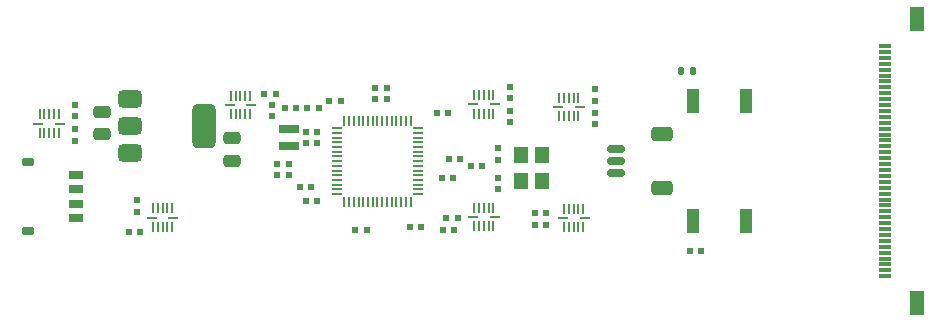
<source format=gtp>
%TF.GenerationSoftware,KiCad,Pcbnew,9.0.1*%
%TF.CreationDate,2025-10-13T15:59:09-06:00*%
%TF.ProjectId,inconsole,696e636f-6e73-46f6-9c65-2e6b69636164,rev?*%
%TF.SameCoordinates,Original*%
%TF.FileFunction,Paste,Top*%
%TF.FilePolarity,Positive*%
%FSLAX46Y46*%
G04 Gerber Fmt 4.6, Leading zero omitted, Abs format (unit mm)*
G04 Created by KiCad (PCBNEW 9.0.1) date 2025-10-13 15:59:09*
%MOMM*%
%LPD*%
G01*
G04 APERTURE LIST*
G04 Aperture macros list*
%AMRoundRect*
0 Rectangle with rounded corners*
0 $1 Rounding radius*
0 $2 $3 $4 $5 $6 $7 $8 $9 X,Y pos of 4 corners*
0 Add a 4 corners polygon primitive as box body*
4,1,4,$2,$3,$4,$5,$6,$7,$8,$9,$2,$3,0*
0 Add four circle primitives for the rounded corners*
1,1,$1+$1,$2,$3*
1,1,$1+$1,$4,$5*
1,1,$1+$1,$6,$7*
1,1,$1+$1,$8,$9*
0 Add four rect primitives between the rounded corners*
20,1,$1+$1,$2,$3,$4,$5,0*
20,1,$1+$1,$4,$5,$6,$7,0*
20,1,$1+$1,$6,$7,$8,$9,0*
20,1,$1+$1,$8,$9,$2,$3,0*%
G04 Aperture macros list end*
%ADD10R,1.050000X2.000000*%
%ADD11R,0.560000X0.620000*%
%ADD12R,1.200000X1.400000*%
%ADD13RoundRect,0.250000X0.475000X-0.250000X0.475000X0.250000X-0.475000X0.250000X-0.475000X-0.250000X0*%
%ADD14R,1.000000X0.300000*%
%ADD15R,1.300000X2.000000*%
%ADD16R,0.620000X0.560000*%
%ADD17RoundRect,0.250000X-0.475000X0.250000X-0.475000X-0.250000X0.475000X-0.250000X0.475000X0.250000X0*%
%ADD18R,0.203200X0.863600*%
%ADD19R,0.863600X0.203200*%
%ADD20R,1.700000X0.700000*%
%ADD21RoundRect,0.100000X-0.400000X0.250000X-0.400000X-0.250000X0.400000X-0.250000X0.400000X0.250000X0*%
%ADD22RoundRect,0.125000X-0.475000X0.250000X-0.475000X-0.250000X0.475000X-0.250000X0.475000X0.250000X0*%
%ADD23R,0.100000X0.100000*%
%ADD24R,0.200000X0.875000*%
%ADD25R,0.875000X0.200000*%
%ADD26RoundRect,0.375000X-0.625000X-0.375000X0.625000X-0.375000X0.625000X0.375000X-0.625000X0.375000X0*%
%ADD27RoundRect,0.500000X-0.500000X-1.400000X0.500000X-1.400000X0.500000X1.400000X-0.500000X1.400000X0*%
%ADD28RoundRect,0.135000X0.135000X0.185000X-0.135000X0.185000X-0.135000X-0.185000X0.135000X-0.185000X0*%
%ADD29RoundRect,0.150000X0.625000X-0.150000X0.625000X0.150000X-0.625000X0.150000X-0.625000X-0.150000X0*%
%ADD30RoundRect,0.250000X0.650000X-0.350000X0.650000X0.350000X-0.650000X0.350000X-0.650000X-0.350000X0*%
G04 APERTURE END LIST*
D10*
%TO.C,SW2*%
X129855000Y-116840000D03*
X134305000Y-116840000D03*
%TD*%
%TO.C,SW1*%
X129855000Y-127000000D03*
X134305000Y-127000000D03*
%TD*%
D11*
%TO.C,R7*%
X94650000Y-123120000D03*
X95610000Y-123120000D03*
%TD*%
%TO.C,R2*%
X111050000Y-122320000D03*
X112010000Y-122320000D03*
%TD*%
D12*
%TO.C,Y1*%
X117020000Y-123620000D03*
X117020000Y-121420000D03*
X115320000Y-121420000D03*
X115320000Y-123620000D03*
%TD*%
D13*
%TO.C,C1*%
X79830000Y-119620000D03*
X79830000Y-117720000D03*
%TD*%
D14*
%TO.C,J2*%
X146140000Y-131670001D03*
X146140000Y-131170002D03*
X146140000Y-130670000D03*
X146140000Y-130170001D03*
X146140000Y-129670000D03*
X146140000Y-129170001D03*
X146140000Y-128670002D03*
X146140000Y-128170000D03*
X146140000Y-127670001D03*
X146140000Y-127170002D03*
X146140000Y-126670001D03*
X146140000Y-126170002D03*
X146140000Y-125670000D03*
X146140000Y-125170001D03*
X146140000Y-124670002D03*
X146140000Y-124170001D03*
X146140000Y-123670002D03*
X146140000Y-123170000D03*
X146140000Y-122670001D03*
X146140000Y-122170002D03*
X146140000Y-121670000D03*
X146140000Y-121170002D03*
X146140000Y-120670000D03*
X146140000Y-120170001D03*
X146140000Y-119670002D03*
X146140000Y-119170000D03*
X146140000Y-118670001D03*
X146140000Y-118170000D03*
X146140000Y-117670001D03*
X146140000Y-117170002D03*
X146140000Y-116670000D03*
X146140000Y-116170001D03*
X146140000Y-115670000D03*
X146140000Y-115170001D03*
X146140000Y-114670002D03*
X146140000Y-114170000D03*
X146140000Y-113670001D03*
X146140000Y-113170000D03*
X146140000Y-112670001D03*
X146140000Y-112170002D03*
D15*
X148839999Y-133969981D03*
X148839999Y-109870019D03*
%TD*%
D16*
%TO.C,C10*%
X77530000Y-118100000D03*
X77530000Y-117140000D03*
%TD*%
D17*
%TO.C,C19*%
X90830000Y-119970000D03*
X90830000Y-121870000D03*
%TD*%
D18*
%TO.C,U2*%
X76130001Y-117957800D03*
X75729999Y-117957800D03*
X75330000Y-117957800D03*
X74930001Y-117957800D03*
X74529999Y-117957800D03*
D19*
X74402900Y-118732500D03*
D18*
X74529999Y-119507200D03*
X74930001Y-119507200D03*
X75330000Y-119507200D03*
X75729999Y-119507200D03*
X76130001Y-119507200D03*
D19*
X76257100Y-118732500D03*
%TD*%
D16*
%TO.C,C21*%
X113370000Y-121800000D03*
X113370000Y-120840000D03*
%TD*%
%TO.C,C3*%
X121530000Y-116800000D03*
X121530000Y-115840000D03*
%TD*%
%TO.C,C17*%
X102930000Y-116650000D03*
X102930000Y-115690000D03*
%TD*%
D18*
%TO.C,U5*%
X84130000Y-127469400D03*
X84530002Y-127469400D03*
X84930001Y-127469400D03*
X85330000Y-127469400D03*
X85730002Y-127469400D03*
D19*
X85857101Y-126694700D03*
D18*
X85730002Y-125920000D03*
X85330000Y-125920000D03*
X84930001Y-125920000D03*
X84530002Y-125920000D03*
X84130000Y-125920000D03*
D19*
X84002901Y-126694700D03*
%TD*%
D20*
%TO.C,L1*%
X95620000Y-120620000D03*
X95620000Y-119220000D03*
%TD*%
D18*
%TO.C,U6*%
X111329999Y-127394700D03*
X111730001Y-127394700D03*
X112130000Y-127394700D03*
X112529999Y-127394700D03*
X112930001Y-127394700D03*
D19*
X113057100Y-126620000D03*
D18*
X112930001Y-125845300D03*
X112529999Y-125845300D03*
X112130000Y-125845300D03*
X111730001Y-125845300D03*
X111329999Y-125845300D03*
D19*
X111202900Y-126620000D03*
%TD*%
D11*
%TO.C,C28*%
X105850000Y-127520000D03*
X106810000Y-127520000D03*
%TD*%
D18*
%TO.C,U7*%
X120130001Y-116545300D03*
X119729999Y-116545300D03*
X119330000Y-116545300D03*
X118930001Y-116545300D03*
X118529999Y-116545300D03*
D19*
X118402900Y-117320000D03*
D18*
X118529999Y-118094700D03*
X118930001Y-118094700D03*
X119330000Y-118094700D03*
X119729999Y-118094700D03*
X120130001Y-118094700D03*
D19*
X120257100Y-117320000D03*
%TD*%
D21*
%TO.C,J1*%
X73580000Y-121970000D03*
D22*
X77580000Y-123120000D03*
X77580000Y-124320000D03*
X77580000Y-125520000D03*
X77580000Y-126720000D03*
D21*
X73580000Y-127870000D03*
%TD*%
D11*
%TO.C,R6*%
X129580000Y-129520000D03*
X130540000Y-129520000D03*
%TD*%
%TO.C,C24*%
X109150000Y-121720000D03*
X110110000Y-121720000D03*
%TD*%
%TO.C,C6*%
X117410000Y-127320000D03*
X116450000Y-127320000D03*
%TD*%
D23*
%TO.C,U8*%
X101855000Y-123195000D03*
X102705000Y-123195000D03*
X103555000Y-123195000D03*
X104405000Y-123195000D03*
X101855000Y-122345000D03*
X102705000Y-122345000D03*
X103555000Y-122345000D03*
X104405000Y-122345000D03*
X101855000Y-121495000D03*
X102705000Y-121495000D03*
X103555000Y-121495000D03*
X104405000Y-121495000D03*
X101855000Y-120645000D03*
X102705000Y-120645000D03*
X103555000Y-120645000D03*
X104405000Y-120645000D03*
D24*
X100330000Y-125357500D03*
X100730000Y-125357500D03*
X101130000Y-125357500D03*
X101530000Y-125357500D03*
X101930000Y-125357500D03*
X102330000Y-125357500D03*
X102730000Y-125357500D03*
X103130000Y-125357500D03*
X103530000Y-125357500D03*
X103930000Y-125357500D03*
X104330000Y-125357500D03*
X104730000Y-125357500D03*
X105130000Y-125357500D03*
X105530000Y-125357500D03*
X105930000Y-125357500D03*
D25*
X106567500Y-124720000D03*
X106567500Y-124320000D03*
X106567500Y-123920000D03*
X106567500Y-123520000D03*
X106567500Y-123120000D03*
X106567500Y-122720000D03*
X106567500Y-122320000D03*
X106567500Y-121920000D03*
X106567500Y-121520000D03*
X106567500Y-121120000D03*
X106567500Y-120720000D03*
X106567500Y-120320000D03*
X106567500Y-119920000D03*
X106567500Y-119520000D03*
X106567500Y-119120000D03*
D24*
X105930000Y-118482500D03*
X105530000Y-118482500D03*
X105130000Y-118482500D03*
X104730000Y-118482500D03*
X104330000Y-118482500D03*
X103930000Y-118482500D03*
X103530000Y-118482500D03*
X103130000Y-118482500D03*
X102730000Y-118482500D03*
X102330000Y-118482500D03*
X101930000Y-118482500D03*
X101530000Y-118482500D03*
X101130000Y-118482500D03*
X100730000Y-118482500D03*
X100330000Y-118482500D03*
D25*
X99692500Y-119120000D03*
X99692500Y-119520000D03*
X99692500Y-119920000D03*
X99692500Y-120320000D03*
X99692500Y-120720000D03*
X99692500Y-121120000D03*
X99692500Y-121520000D03*
X99692500Y-121920000D03*
X99692500Y-122320000D03*
X99692500Y-122720000D03*
X99692500Y-123120000D03*
X99692500Y-123520000D03*
X99692500Y-123920000D03*
X99692500Y-124320000D03*
X99692500Y-124720000D03*
%TD*%
D16*
%TO.C,C15*%
X121530000Y-117840000D03*
X121530000Y-118800000D03*
%TD*%
D11*
%TO.C,R8*%
X94650000Y-122120000D03*
X95610000Y-122120000D03*
%TD*%
D16*
%TO.C,C11*%
X114330000Y-116600000D03*
X114330000Y-115640000D03*
%TD*%
D11*
%TO.C,C32*%
X98010000Y-125320000D03*
X97050000Y-125320000D03*
%TD*%
D16*
%TO.C,C22*%
X97105000Y-120400000D03*
X97105000Y-119440000D03*
%TD*%
%TO.C,C31*%
X98030000Y-120400000D03*
X98030000Y-119440000D03*
%TD*%
D18*
%TO.C,U9*%
X92330001Y-116370600D03*
X91929999Y-116370600D03*
X91530000Y-116370600D03*
X91130001Y-116370600D03*
X90729999Y-116370600D03*
D19*
X90602900Y-117145300D03*
D18*
X90729999Y-117920000D03*
X91130001Y-117920000D03*
X91530000Y-117920000D03*
X91929999Y-117920000D03*
X92330001Y-117920000D03*
D19*
X92457100Y-117145300D03*
%TD*%
D11*
%TO.C,C12*%
X109910000Y-126720000D03*
X108950000Y-126720000D03*
%TD*%
D26*
%TO.C,U11*%
X82180000Y-116620000D03*
X82180000Y-118920000D03*
D27*
X88480000Y-118920000D03*
D26*
X82180000Y-121220000D03*
%TD*%
D16*
%TO.C,C7*%
X114330000Y-117640000D03*
X114330000Y-118600000D03*
%TD*%
%TO.C,C20*%
X113370000Y-123340000D03*
X113370000Y-124300000D03*
%TD*%
%TO.C,C26*%
X103930000Y-116650000D03*
X103930000Y-115690000D03*
%TD*%
D11*
%TO.C,C4*%
X93550000Y-116220000D03*
X94510000Y-116220000D03*
%TD*%
%TO.C,R1*%
X96250000Y-117420000D03*
X95290000Y-117420000D03*
%TD*%
%TO.C,C5*%
X117410000Y-126320000D03*
X116450000Y-126320000D03*
%TD*%
%TO.C,C16*%
X97190000Y-117420000D03*
X98150000Y-117420000D03*
%TD*%
D16*
%TO.C,C13*%
X94230000Y-118100000D03*
X94230000Y-117140000D03*
%TD*%
D11*
%TO.C,C14*%
X109610000Y-127720000D03*
X108650000Y-127720000D03*
%TD*%
D16*
%TO.C,C9*%
X82730000Y-126200000D03*
X82730000Y-125240000D03*
%TD*%
D11*
%TO.C,C30*%
X97510000Y-124120000D03*
X96550000Y-124120000D03*
%TD*%
%TO.C,C8*%
X83010000Y-127920000D03*
X82050000Y-127920000D03*
%TD*%
%TO.C,C27*%
X108150000Y-117820000D03*
X109110000Y-117820000D03*
%TD*%
D18*
%TO.C,U3*%
X112930001Y-116345300D03*
X112529999Y-116345300D03*
X112130000Y-116345300D03*
X111730001Y-116345300D03*
X111329999Y-116345300D03*
D19*
X111202900Y-117120000D03*
D18*
X111329999Y-117894700D03*
X111730001Y-117894700D03*
X112130000Y-117894700D03*
X112529999Y-117894700D03*
X112930001Y-117894700D03*
D19*
X113057100Y-117120000D03*
%TD*%
D28*
%TO.C,R4*%
X129840000Y-114320000D03*
X128820000Y-114320000D03*
%TD*%
D11*
%TO.C,C18*%
X108550000Y-123320000D03*
X109510000Y-123320000D03*
%TD*%
D16*
%TO.C,C2*%
X77530000Y-119240000D03*
X77530000Y-120200000D03*
%TD*%
D29*
%TO.C,J4*%
X123330000Y-122920000D03*
X123330000Y-121920000D03*
X123330000Y-120920000D03*
D30*
X127205000Y-124220000D03*
X127205000Y-119620000D03*
%TD*%
D11*
%TO.C,C29*%
X100010000Y-116820000D03*
X99050000Y-116820000D03*
%TD*%
%TO.C,C25*%
X102210000Y-127770000D03*
X101250000Y-127770000D03*
%TD*%
D18*
%TO.C,U4*%
X118929999Y-127494700D03*
X119330001Y-127494700D03*
X119730000Y-127494700D03*
X120129999Y-127494700D03*
X120530001Y-127494700D03*
D19*
X120657100Y-126720000D03*
D18*
X120530001Y-125945300D03*
X120129999Y-125945300D03*
X119730000Y-125945300D03*
X119330001Y-125945300D03*
X118929999Y-125945300D03*
D19*
X118802900Y-126720000D03*
%TD*%
M02*

</source>
